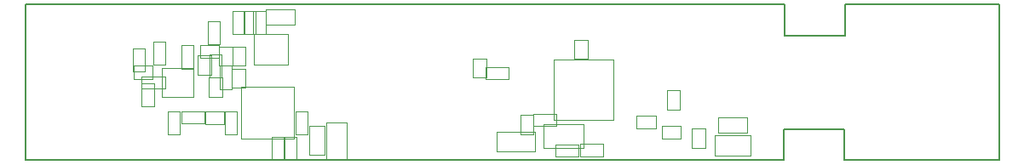
<source format=gbr>
G04 #@! TF.FileFunction,Other,User*
%FSLAX46Y46*%
G04 Gerber Fmt 4.6, Leading zero omitted, Abs format (unit mm)*
G04 Created by KiCad (PCBNEW 4.0.2+dfsg1-stable) date mer 10 ott 2018 09:07:00 CEST*
%MOMM*%
G01*
G04 APERTURE LIST*
%ADD10C,0.100000*%
%ADD11C,0.200000*%
%ADD12C,0.050000*%
G04 APERTURE END LIST*
D10*
D11*
X173690280Y-115443000D02*
X98295460Y-115443000D01*
X195072000Y-115443000D02*
X179682660Y-115443000D01*
X179682660Y-112410240D02*
X179682660Y-115443000D01*
X173692820Y-112410240D02*
X179682660Y-112410240D01*
X173692820Y-112410240D02*
X173692820Y-115437920D01*
X173776640Y-99949000D02*
X98298000Y-99949000D01*
X195072000Y-99949000D02*
X179778660Y-99949000D01*
X179778660Y-99949000D02*
X179778660Y-103047800D01*
X173776640Y-103047800D02*
X179778660Y-103047800D01*
X173776640Y-99949000D02*
X173776640Y-103047800D01*
X98298000Y-115443000D02*
X98298000Y-99949000D01*
X195072000Y-99949000D02*
X195072000Y-115443000D01*
D12*
X109854580Y-107131560D02*
X112154580Y-107131560D01*
X109854580Y-108331560D02*
X112154580Y-108331560D01*
X109854580Y-107131560D02*
X109854580Y-108331560D01*
X112154580Y-107131560D02*
X112154580Y-108331560D01*
X113662500Y-110625240D02*
X113662500Y-112925240D01*
X112462500Y-110625240D02*
X112462500Y-112925240D01*
X113662500Y-110625240D02*
X112462500Y-110625240D01*
X113662500Y-112925240D02*
X112462500Y-112925240D01*
X125259640Y-113134360D02*
X125259640Y-115434360D01*
X124059640Y-113134360D02*
X124059640Y-115434360D01*
X125259640Y-113134360D02*
X124059640Y-113134360D01*
X125259640Y-115434360D02*
X124059640Y-115434360D01*
X125050440Y-101953760D02*
X122150440Y-101953760D01*
X125050440Y-100453760D02*
X122150440Y-100453760D01*
X125050440Y-101953760D02*
X125050440Y-100453760D01*
X122150440Y-101953760D02*
X122150440Y-100453760D01*
X123938640Y-113134360D02*
X123938640Y-115434360D01*
X122738640Y-113134360D02*
X122738640Y-115434360D01*
X123938640Y-113134360D02*
X122738640Y-113134360D01*
X123938640Y-115434360D02*
X122738640Y-115434360D01*
X119308400Y-110625240D02*
X119308400Y-112925240D01*
X118108400Y-110625240D02*
X118108400Y-112925240D01*
X119308400Y-110625240D02*
X118108400Y-110625240D01*
X119308400Y-112925240D02*
X118108400Y-112925240D01*
X118875680Y-102930340D02*
X118875680Y-100630340D01*
X120075680Y-102930340D02*
X120075680Y-100630340D01*
X118875680Y-102930340D02*
X120075680Y-102930340D01*
X118875680Y-100630340D02*
X120075680Y-100630340D01*
X119967680Y-102930340D02*
X119967680Y-100630340D01*
X121167680Y-102930340D02*
X121167680Y-100630340D01*
X119967680Y-102930340D02*
X121167680Y-102930340D01*
X119967680Y-100630340D02*
X121167680Y-100630340D01*
X118810560Y-106065940D02*
X118810560Y-108365940D01*
X117610560Y-106065940D02*
X117610560Y-108365940D01*
X118810560Y-106065940D02*
X117610560Y-106065940D01*
X118810560Y-108365940D02*
X117610560Y-108365940D01*
X116442160Y-103944980D02*
X116442160Y-101644980D01*
X117642160Y-103944980D02*
X117642160Y-101644980D01*
X116442160Y-103944980D02*
X117642160Y-103944980D01*
X116442160Y-101644980D02*
X117642160Y-101644980D01*
X117792020Y-104930560D02*
X117792020Y-107230560D01*
X116592020Y-104930560D02*
X116592020Y-107230560D01*
X117792020Y-104930560D02*
X116592020Y-104930560D01*
X117792020Y-107230560D02*
X116592020Y-107230560D01*
X120958680Y-102930340D02*
X120958680Y-100630340D01*
X122158680Y-102930340D02*
X122158680Y-100630340D01*
X120958680Y-102930340D02*
X122158680Y-102930340D01*
X120958680Y-100630340D02*
X122158680Y-100630340D01*
X130214880Y-111707520D02*
X130214880Y-115307520D01*
X128214880Y-111707520D02*
X128214880Y-115307520D01*
X130214880Y-111707520D02*
X128214880Y-111707520D01*
X130214880Y-115307520D02*
X128214880Y-115307520D01*
X126309680Y-110612540D02*
X126309680Y-112912540D01*
X125109680Y-110612540D02*
X125109680Y-112912540D01*
X126309680Y-110612540D02*
X125109680Y-110612540D01*
X126309680Y-112912540D02*
X125109680Y-112912540D01*
X113803100Y-110621520D02*
X116103100Y-110621520D01*
X113803100Y-111821520D02*
X116103100Y-111821520D01*
X113803100Y-110621520D02*
X113803100Y-111821520D01*
X116103100Y-110621520D02*
X116103100Y-111821520D01*
X110982200Y-105947860D02*
X110982200Y-103647860D01*
X112182200Y-105947860D02*
X112182200Y-103647860D01*
X110982200Y-105947860D02*
X112182200Y-105947860D01*
X110982200Y-103647860D02*
X112182200Y-103647860D01*
X115006680Y-104040200D02*
X115006680Y-106340200D01*
X113806680Y-104040200D02*
X113806680Y-106340200D01*
X115006680Y-104040200D02*
X113806680Y-104040200D01*
X115006680Y-106340200D02*
X113806680Y-106340200D01*
X166778000Y-112995000D02*
X170378000Y-112995000D01*
X166778000Y-114995000D02*
X170378000Y-114995000D01*
X166778000Y-112995000D02*
X166778000Y-114995000D01*
X170378000Y-112995000D02*
X170378000Y-114995000D01*
X111053400Y-107813460D02*
X111053400Y-110113460D01*
X109853400Y-107813460D02*
X109853400Y-110113460D01*
X111053400Y-107813460D02*
X109853400Y-107813460D01*
X111053400Y-110113460D02*
X109853400Y-110113460D01*
X155706220Y-115052600D02*
X153406220Y-115052600D01*
X155706220Y-113852600D02*
X153406220Y-113852600D01*
X155706220Y-115052600D02*
X155706220Y-113852600D01*
X153406220Y-115052600D02*
X153406220Y-113852600D01*
X108937500Y-106650080D02*
X108937500Y-104350080D01*
X110137500Y-106650080D02*
X110137500Y-104350080D01*
X108937500Y-106650080D02*
X110137500Y-106650080D01*
X108937500Y-104350080D02*
X110137500Y-104350080D01*
X153267220Y-115077600D02*
X150967220Y-115077600D01*
X153267220Y-113877600D02*
X150967220Y-113877600D01*
X153267220Y-115077600D02*
X153267220Y-113877600D01*
X150967220Y-115077600D02*
X150967220Y-113877600D01*
X148784000Y-110855000D02*
X151084000Y-110855000D01*
X148784000Y-112055000D02*
X151084000Y-112055000D01*
X148784000Y-110855000D02*
X148784000Y-112055000D01*
X151084000Y-110855000D02*
X151084000Y-112055000D01*
X144015260Y-106204860D02*
X146315260Y-106204860D01*
X144015260Y-107404860D02*
X146315260Y-107404860D01*
X144015260Y-106204860D02*
X144015260Y-107404860D01*
X146315260Y-106204860D02*
X146315260Y-107404860D01*
X148964000Y-112664000D02*
X148964000Y-114564000D01*
X148964000Y-114564000D02*
X145164000Y-114564000D01*
X145164000Y-114564000D02*
X145164000Y-112664000D01*
X145164000Y-112664000D02*
X148964000Y-112664000D01*
X116752360Y-105024300D02*
X116752360Y-106924300D01*
X115452360Y-105024300D02*
X115452360Y-106924300D01*
X116752360Y-105024300D02*
X115452360Y-105024300D01*
X116752360Y-106924300D02*
X115452360Y-106924300D01*
X120994900Y-102918360D02*
X120994900Y-105918360D01*
X120994900Y-105918360D02*
X124394900Y-105918360D01*
X124394900Y-105918360D02*
X124394900Y-102918360D01*
X124394900Y-102918360D02*
X120994900Y-102918360D01*
X149763000Y-111905000D02*
X153763000Y-111905000D01*
X149763000Y-114205000D02*
X153763000Y-114205000D01*
X149763000Y-111905000D02*
X149763000Y-114205000D01*
X153763000Y-111905000D02*
X153763000Y-114205000D01*
X117842020Y-107254420D02*
X117842020Y-109154420D01*
X116542020Y-107254420D02*
X116542020Y-109154420D01*
X117842020Y-107254420D02*
X116542020Y-107254420D01*
X117842020Y-109154420D02*
X116542020Y-109154420D01*
X163361000Y-108506000D02*
X163361000Y-110406000D01*
X162061000Y-108506000D02*
X162061000Y-110406000D01*
X163361000Y-108506000D02*
X162061000Y-108506000D01*
X163361000Y-110406000D02*
X162061000Y-110406000D01*
X161557000Y-112050000D02*
X163457000Y-112050000D01*
X161557000Y-113350000D02*
X163457000Y-113350000D01*
X161557000Y-112050000D02*
X161557000Y-113350000D01*
X163457000Y-112050000D02*
X163457000Y-113350000D01*
X164550000Y-114227000D02*
X164550000Y-112327000D01*
X165850000Y-114227000D02*
X165850000Y-112327000D01*
X164550000Y-114227000D02*
X165850000Y-114227000D01*
X164550000Y-112327000D02*
X165850000Y-112327000D01*
X144079260Y-105320860D02*
X144079260Y-107220860D01*
X142779260Y-105320860D02*
X142779260Y-107220860D01*
X144079260Y-105320860D02*
X142779260Y-105320860D01*
X144079260Y-107220860D02*
X142779260Y-107220860D01*
X148781000Y-110962000D02*
X148781000Y-112862000D01*
X147481000Y-110962000D02*
X147481000Y-112862000D01*
X148781000Y-110962000D02*
X147481000Y-110962000D01*
X148781000Y-112862000D02*
X147481000Y-112862000D01*
X120143260Y-104142500D02*
X120143260Y-106042500D01*
X118843260Y-104142500D02*
X118843260Y-106042500D01*
X120143260Y-104142500D02*
X118843260Y-104142500D01*
X120143260Y-106042500D02*
X118843260Y-106042500D01*
X152866000Y-105377000D02*
X152866000Y-103477000D01*
X154166000Y-105377000D02*
X154166000Y-103477000D01*
X152866000Y-105377000D02*
X154166000Y-105377000D01*
X152866000Y-103477000D02*
X154166000Y-103477000D01*
X119746880Y-108121300D02*
X119746880Y-113321300D01*
X124946880Y-108121300D02*
X124946880Y-113321300D01*
X119746880Y-108121300D02*
X124946880Y-108121300D01*
X119746880Y-113321300D02*
X124946880Y-113321300D01*
X156770000Y-111407000D02*
X156770000Y-105407000D01*
X150770000Y-111407000D02*
X150770000Y-105407000D01*
X156770000Y-111407000D02*
X150770000Y-111407000D01*
X156770000Y-105407000D02*
X150770000Y-105407000D01*
X160942060Y-112303320D02*
X159042060Y-112303320D01*
X160942060Y-111003320D02*
X159042060Y-111003320D01*
X160942060Y-112303320D02*
X160942060Y-111003320D01*
X159042060Y-112303320D02*
X159042060Y-111003320D01*
X116148460Y-110574060D02*
X118048460Y-110574060D01*
X116148460Y-111874060D02*
X118048460Y-111874060D01*
X116148460Y-110574060D02*
X116148460Y-111874060D01*
X118048460Y-110574060D02*
X118048460Y-111874060D01*
X111828780Y-106321400D02*
X111828780Y-109121400D01*
X115028780Y-109121400D02*
X115028780Y-106321400D01*
X115028780Y-109121400D02*
X111828780Y-109121400D01*
X115028780Y-106321400D02*
X111828780Y-106321400D01*
X115627760Y-103990380D02*
X117527760Y-103990380D01*
X115627760Y-105290380D02*
X117527760Y-105290380D01*
X115627760Y-103990380D02*
X115627760Y-105290380D01*
X117527760Y-103990380D02*
X117527760Y-105290380D01*
X118858020Y-104132760D02*
X118858020Y-106032760D01*
X117558020Y-104132760D02*
X117558020Y-106032760D01*
X118858020Y-104132760D02*
X117558020Y-104132760D01*
X118858020Y-106032760D02*
X117558020Y-106032760D01*
X118838180Y-108265000D02*
X118838180Y-106365000D01*
X120138180Y-108265000D02*
X120138180Y-106365000D01*
X118838180Y-108265000D02*
X120138180Y-108265000D01*
X118838180Y-106365000D02*
X120138180Y-106365000D01*
X109044700Y-106055400D02*
X110944700Y-106055400D01*
X109044700Y-107355400D02*
X110944700Y-107355400D01*
X109044700Y-106055400D02*
X109044700Y-107355400D01*
X110944700Y-106055400D02*
X110944700Y-107355400D01*
X167128000Y-111213000D02*
X170028000Y-111213000D01*
X167128000Y-112713000D02*
X170028000Y-112713000D01*
X167128000Y-111213000D02*
X167128000Y-112713000D01*
X170028000Y-111213000D02*
X170028000Y-112713000D01*
X128001460Y-112049900D02*
X128001460Y-114949900D01*
X126501460Y-112049900D02*
X126501460Y-114949900D01*
X128001460Y-112049900D02*
X126501460Y-112049900D01*
X128001460Y-114949900D02*
X126501460Y-114949900D01*
M02*

</source>
